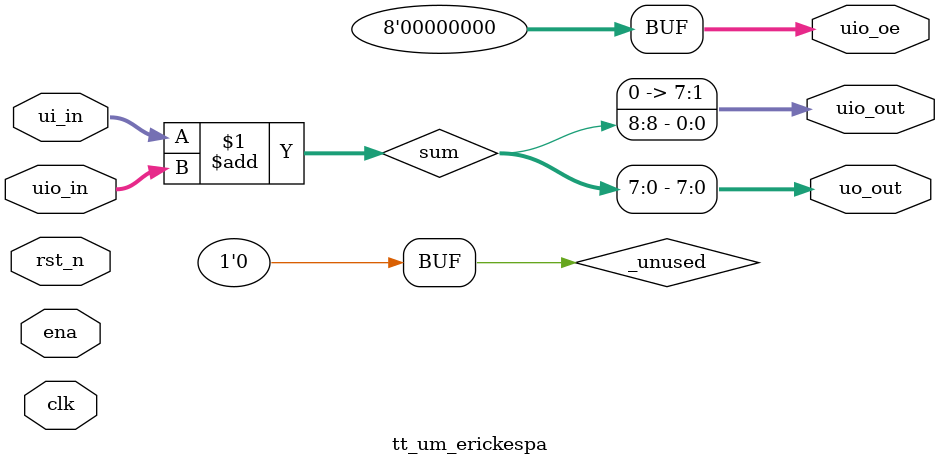
<source format=v>
`default_nettype none

module tt_um_erickespa (
    input  wire [7:0] ui_in,    // Dedicated inputs (A)
    output wire [7:0] uo_out,   // Dedicated outputs (sum[7:0])
    input  wire [7:0] uio_in,   // IOs: Input path (B)
    output wire [7:0] uio_out,  // IOs: Output path
    output wire [7:0] uio_oe,   // IOs: Enable path (active high: 0=input, 1=output)
    input  wire       ena,      // always 1 when the design is powered, so you can ignore it
    input  wire       clk,      // clock
    input  wire       rst_n     // reset_n - low to reset
);

  // Internal wires
  wire [8:0] sum;  // 9 bits to hold overflow

  // Perform 8-bit addition
  assign sum = ui_in + uio_in;

  // Assign the lower 8 bits of the result to output
  assign uo_out = sum[7:0];

  // Optionally: use the 9th bit as overflow indication on a GPIO output
  assign uio_out = {7'b0, sum[8]}; 
  assign uio_oe  = 0;

  // List all unused inputs to prevent warnings
  wire _unused = &{ena, clk, rst_n, 1'b0};

endmodule

</source>
